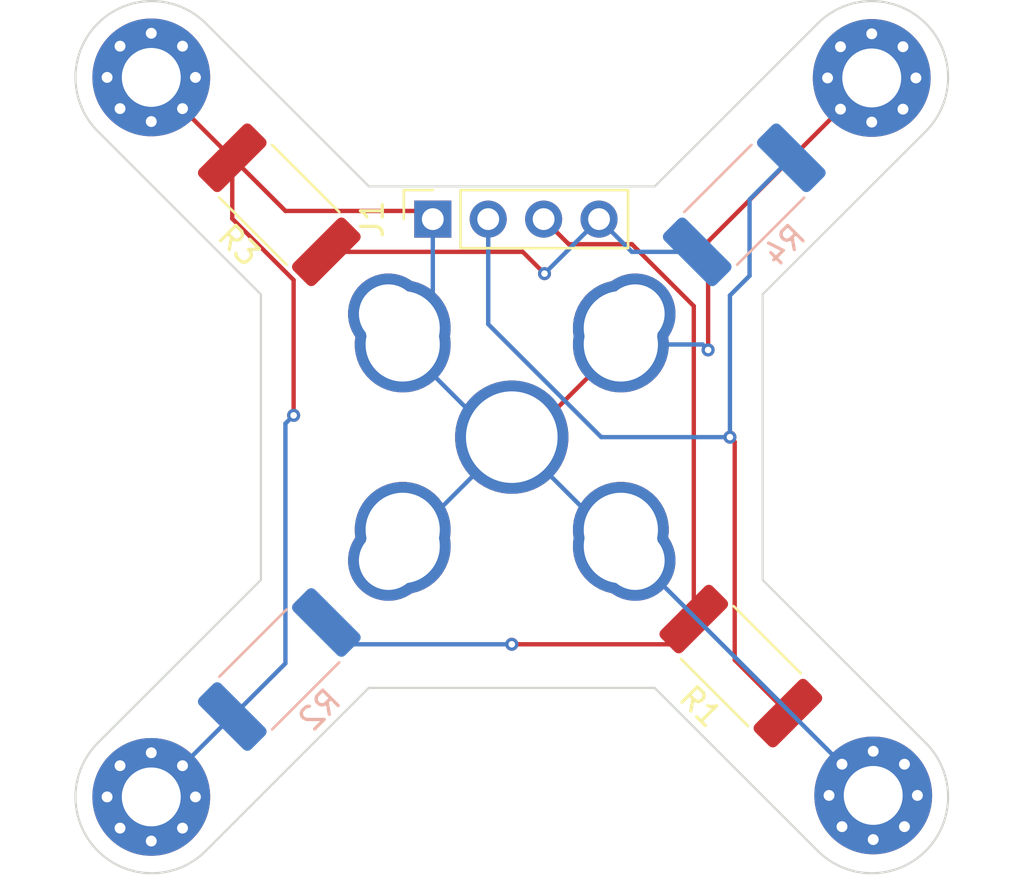
<source format=kicad_pcb>
(kicad_pcb (version 20221018) (generator pcbnew)
  (layers (0 "F.Cu" signal) (31 "B.Cu" signal) (34 "B.Paste" user) (35 "F.Paste" user) (36 "B.SilkS" user "B.Silkscreen") (37 "F.SilkS" user "F.Silkscreen") (38 "B.Mask" user) (39 "F.Mask" user) (44 "Edge.Cuts" user))
  (net 0 "")
  (net 1 "GND")
  (net 2 "VDDA")
  (net 3 "IN+")
  (net 4 "IN-")
  (footprint "Connector_PinSocket_2.54mm:PinSocket_1x04_P2.54mm_Vertical" (layer "F.Cu") (at -3.62 -10 90)
    (fp_text reference "J1" (at 0 -2.77 90) (layer "F.SilkS"))
    (fp_text value "PR&J")
    (fp_line (start -1.33 1.27) (end -1.33 8.95) (stroke (width 0.12)) (layer "F.SilkS"))
    (fp_line (start -1.33 1.27) (end 1.33 1.27) (stroke (width 0.12)) (layer "F.SilkS"))
    (fp_line (start -1.33 8.95) (end 1.33 8.95) (stroke (width 0.12)) (layer "F.SilkS"))
    (fp_line (start 0 -1.33) (end 1.33 -1.33) (stroke (width 0.12)) (layer "F.SilkS"))
    (fp_line (start 1.33 -1.33) (end 1.33 0) (stroke (width 0.12)) (layer "F.SilkS"))
    (fp_line (start 1.33 1.27) (end 1.33 8.95) (stroke (width 0.12)) (layer "F.SilkS"))
    (pad "1" thru_hole rect (at 0 0 90) (size 1.7 1.7) (drill 1) (layers "*.Cu" "*.Mask") (net 1 "GND"))
    (pad "2" thru_hole oval (at 0 2.54 90) (size 1.7 1.7) (drill 1) (layers "*.Cu" "*.Mask") (net 2 "VDDA"))
    (pad "3" thru_hole oval (at 0 5.08 90) (size 1.7 1.7) (drill 1) (layers "*.Cu" "*.Mask") (net 3 "IN+"))
    (pad "4" thru_hole oval (at 0 7.62 90) (size 1.7 1.7) (drill 1) (layers "*.Cu" "*.Mask") (net 4 "IN-"))
  )
  (footprint "Resistor_SMD:R_2512_6332Metric_Pad1.40x3.35mm_HandSolder" (layer "F.Cu") (at -10.656676 -10.656676 135)
    (fp_text reference "R3" (at 0 -2.62 135) (layer "F.SilkS"))
    (fp_text value "1k")
    (fp_line (start -2.177064 -1.71) (end 2.177064 -1.71) (stroke (width 0.12)) (layer "F.SilkS"))
    (fp_line (start -2.177064 1.71) (end 2.177064 1.71) (stroke (width 0.12)) (layer "F.SilkS"))
    (pad "1" smd roundrect (at -3.05 0 135) (size 1.4 3.35) (layers "F.Cu" "F.Paste" "F.Mask") (roundrect_rratio 0.1785707143) (net 4 "IN-"))
    (pad "2" smd roundrect (at 3.05 0 135) (size 1.4 3.35) (layers "F.Cu" "F.Paste" "F.Mask") (roundrect_rratio 0.1785707143) (net 1 "GND"))
  )
  (footprint "MountingHole:MountingHole_2.7mm_Pad_Via" (layer "F.Cu") (at -16.525 -16.5)
    (fp_text reference "H1" hide)
    (fp_text value "MountingHole_Pad")
    (pad "1" thru_hole circle (at -2.025 0) (size 0.8 0.8) (drill 0.5) (layers "*.Cu" "*.Mask") (net 1 "GND"))
    (pad "1" thru_hole circle (at -1.431891 -1.431891) (size 0.8 0.8) (drill 0.5) (layers "*.Cu" "*.Mask") (net 1 "GND"))
    (pad "1" thru_hole circle (at -1.431891 1.431891) (size 0.8 0.8) (drill 0.5) (layers "*.Cu" "*.Mask") (net 1 "GND"))
    (pad "1" thru_hole circle (at 0 -2.025) (size 0.8 0.8) (drill 0.5) (layers "*.Cu" "*.Mask") (net 1 "GND"))
    (pad "1" thru_hole circle (at 0 0) (size 5.4 5.4) (drill 2.7) (layers "*.Cu" "*.Mask") (net 1 "GND"))
    (pad "1" thru_hole circle (at 0 2.025) (size 0.8 0.8) (drill 0.5) (layers "*.Cu" "*.Mask") (net 1 "GND"))
    (pad "1" thru_hole circle (at 1.431891 -1.431891) (size 0.8 0.8) (drill 0.5) (layers "*.Cu" "*.Mask") (net 1 "GND"))
    (pad "1" thru_hole circle (at 1.431891 1.431891) (size 0.8 0.8) (drill 0.5) (layers "*.Cu" "*.Mask") (net 1 "GND"))
    (pad "1" thru_hole circle (at 2.025 0) (size 0.8 0.8) (drill 0.5) (layers "*.Cu" "*.Mask") (net 1 "GND"))
  )
  (footprint "custom:hotend mounting holes" (layer "F.Cu") (at 0 0)
    (fp_text reference "U1" hide)
    (fp_text value "~" hide)
    (pad "1" thru_hole custom (at -5.656854 -5.656854) (size 3.7 3.7) (drill 2.7) (layers "*.Cu" "*.Mask") (net 1 "GND") (options (clearance outline) (anchor circle)) (primitives))
    (pad "1" thru_hole custom (at -5.656854 5.656854) (size 3.7 3.7) (drill 2.7) (layers "*.Cu" "*.Mask") (net 1 "GND") (options (clearance outline) (anchor circle)) (primitives))
    (pad "1" thru_hole custom (at -5 -5) (size 4.4 4.4) (drill 3.4) (layers "*.Cu" "*.Mask") (net 1 "GND") (options (clearance outline) (anchor circle)) (primitives))
    (pad "1" thru_hole custom (at -5 -4.25) (size 4.4 4.4) (drill 3.4) (layers "*.Cu" "*.Mask") (net 1 "GND") (options (clearance outline) (anchor circle)) (primitives))
    (pad "1" thru_hole custom (at -5 4.25) (size 4.4 4.4) (drill 3.4) (layers "*.Cu" "*.Mask") (net 1 "GND") (options (clearance outline) (anchor circle)) (primitives))
    (pad "1" thru_hole custom (at -5 5) (size 4.4 4.4) (drill 3.4) (layers "*.Cu" "*.Mask") (net 1 "GND") (options (clearance outline) (anchor circle)) (primitives))
    (pad "1" thru_hole custom (at 0 0) (size 5.2 5.2) (drill 4.2) (layers "*.Cu" "*.Mask") (net 1 "GND") (options (clearance outline) (anchor circle)) (primitives))
    (pad "1" thru_hole custom (at 5 -5) (size 4.4 4.4) (drill 3.4) (layers "*.Cu" "*.Mask") (net 1 "GND") (options (clearance outline) (anchor circle)) (primitives))
    (pad "1" thru_hole custom (at 5 -4.25) (size 4.4 4.4) (drill 3.4) (layers "*.Cu" "*.Mask") (net 1 "GND") (options (clearance outline) (anchor circle)) (primitives))
    (pad "1" thru_hole custom (at 5 4.25) (size 4.4 4.4) (drill 3.4) (layers "*.Cu" "*.Mask") (net 1 "GND") (options (clearance outline) (anchor circle)) (primitives))
    (pad "1" thru_hole custom (at 5 5) (size 4.4 4.4) (drill 3.4) (layers "*.Cu" "*.Mask") (net 1 "GND") (options (clearance outline) (anchor circle)) (primitives))
    (pad "1" thru_hole custom (at 5.656854 -5.656854) (size 3.7 3.7) (drill 2.7) (layers "*.Cu" "*.Mask") (net 1 "GND") (options (clearance outline) (anchor circle)) (primitives))
    (pad "1" thru_hole custom (at 5.656854 5.656854) (size 3.7 3.7) (drill 2.7) (layers "*.Cu" "*.Mask") (net 1 "GND") (options (clearance outline) (anchor circle)) (primitives))
  )
  (footprint "MountingHole:MountingHole_2.7mm_Pad_Via" (layer "F.Cu") (at 16.5 -16.475)
    (fp_text reference "H2" hide)
    (fp_text value "MountingHole_Pad")
    (pad "1" thru_hole circle (at -2.025 0) (size 0.8 0.8) (drill 0.5) (layers "*.Cu" "*.Mask") (net 1 "GND"))
    (pad "1" thru_hole circle (at -1.431891 -1.431891) (size 0.8 0.8) (drill 0.5) (layers "*.Cu" "*.Mask") (net 1 "GND"))
    (pad "1" thru_hole circle (at -1.431891 1.431891) (size 0.8 0.8) (drill 0.5) (layers "*.Cu" "*.Mask") (net 1 "GND"))
    (pad "1" thru_hole circle (at 0 -2.025) (size 0.8 0.8) (drill 0.5) (layers "*.Cu" "*.Mask") (net 1 "GND"))
    (pad "1" thru_hole circle (at 0 0) (size 5.4 5.4) (drill 2.7) (layers "*.Cu" "*.Mask") (net 1 "GND"))
    (pad "1" thru_hole circle (at 0 2.025) (size 0.8 0.8) (drill 0.5) (layers "*.Cu" "*.Mask") (net 1 "GND"))
    (pad "1" thru_hole circle (at 1.431891 -1.431891) (size 0.8 0.8) (drill 0.5) (layers "*.Cu" "*.Mask") (net 1 "GND"))
    (pad "1" thru_hole circle (at 1.431891 1.431891) (size 0.8 0.8) (drill 0.5) (layers "*.Cu" "*.Mask") (net 1 "GND"))
    (pad "1" thru_hole circle (at 2.025 0) (size 0.8 0.8) (drill 0.5) (layers "*.Cu" "*.Mask") (net 1 "GND"))
  )
  (footprint "Resistor_SMD:R_2512_6332Metric_Pad1.40x3.35mm_HandSolder" (layer "F.Cu") (at 10.5 10.5 135)
    (fp_text reference "R1" (at 0 -2.62 135) (layer "F.SilkS"))
    (fp_text value "1k")
    (fp_line (start -2.177064 -1.71) (end 2.177064 -1.71) (stroke (width 0.12)) (layer "F.SilkS"))
    (fp_line (start -2.177064 1.71) (end 2.177064 1.71) (stroke (width 0.12)) (layer "F.SilkS"))
    (pad "1" smd roundrect (at -3.05 0 135) (size 1.4 3.35) (layers "F.Cu" "F.Paste" "F.Mask") (roundrect_rratio 0.1785707143) (net 2 "VDDA"))
    (pad "2" smd roundrect (at 3.05 0 135) (size 1.4 3.35) (layers "F.Cu" "F.Paste" "F.Mask") (roundrect_rratio 0.1785707143) (net 3 "IN+"))
  )
  (footprint "MountingHole:MountingHole_2.7mm_Pad_Via" (layer "F.Cu") (at -16.525 16.5)
    (fp_text reference "H3" hide)
    (fp_text value "MountingHole_Pad")
    (pad "1" thru_hole circle (at -2.025 0) (size 0.8 0.8) (drill 0.5) (layers "*.Cu" "*.Mask") (net 1 "GND"))
    (pad "1" thru_hole circle (at -1.431891 -1.431891) (size 0.8 0.8) (drill 0.5) (layers "*.Cu" "*.Mask") (net 1 "GND"))
    (pad "1" thru_hole circle (at -1.431891 1.431891) (size 0.8 0.8) (drill 0.5) (layers "*.Cu" "*.Mask") (net 1 "GND"))
    (pad "1" thru_hole circle (at 0 -2.025) (size 0.8 0.8) (drill 0.5) (layers "*.Cu" "*.Mask") (net 1 "GND"))
    (pad "1" thru_hole circle (at 0 0) (size 5.4 5.4) (drill 2.7) (layers "*.Cu" "*.Mask") (net 1 "GND"))
    (pad "1" thru_hole circle (at 0 2.025) (size 0.8 0.8) (drill 0.5) (layers "*.Cu" "*.Mask") (net 1 "GND"))
    (pad "1" thru_hole circle (at 1.431891 -1.431891) (size 0.8 0.8) (drill 0.5) (layers "*.Cu" "*.Mask") (net 1 "GND"))
    (pad "1" thru_hole circle (at 1.431891 1.431891) (size 0.8 0.8) (drill 0.5) (layers "*.Cu" "*.Mask") (net 1 "GND"))
    (pad "1" thru_hole circle (at 2.025 0) (size 0.8 0.8) (drill 0.5) (layers "*.Cu" "*.Mask") (net 1 "GND"))
  )
  (footprint "MountingHole:MountingHole_2.7mm_Pad_Via" (layer "F.Cu") (at 16.568109 16.431891)
    (fp_text reference "H4" hide)
    (fp_text value "MountingHole_Pad")
    (pad "1" thru_hole circle (at -2.025 0) (size 0.8 0.8) (drill 0.5) (layers "*.Cu" "*.Mask") (net 1 "GND"))
    (pad "1" thru_hole circle (at -1.431891 -1.431891) (size 0.8 0.8) (drill 0.5) (layers "*.Cu" "*.Mask") (net 1 "GND"))
    (pad "1" thru_hole circle (at -1.431891 1.431891) (size 0.8 0.8) (drill 0.5) (layers "*.Cu" "*.Mask") (net 1 "GND"))
    (pad "1" thru_hole circle (at 0 -2.025) (size 0.8 0.8) (drill 0.5) (layers "*.Cu" "*.Mask") (net 1 "GND"))
    (pad "1" thru_hole circle (at 0 0) (size 5.4 5.4) (drill 2.7) (layers "*.Cu" "*.Mask") (net 1 "GND"))
    (pad "1" thru_hole circle (at 0 2.025) (size 0.8 0.8) (drill 0.5) (layers "*.Cu" "*.Mask") (net 1 "GND"))
    (pad "1" thru_hole circle (at 1.431891 -1.431891) (size 0.8 0.8) (drill 0.5) (layers "*.Cu" "*.Mask") (net 1 "GND"))
    (pad "1" thru_hole circle (at 1.431891 1.431891) (size 0.8 0.8) (drill 0.5) (layers "*.Cu" "*.Mask") (net 1 "GND"))
    (pad "1" thru_hole circle (at 2.025 0) (size 0.8 0.8) (drill 0.5) (layers "*.Cu" "*.Mask") (net 1 "GND"))
  )
  (footprint "Resistor_SMD:R_2512_6332Metric_Pad1.40x3.35mm_HandSolder" (layer "B.Cu") (at -10.656676 10.656676 45)
    (fp_text reference "R2" (at 0 2.62 45) (layer "B.SilkS") (effects (justify mirror)))
    (fp_text value "1k")
    (fp_line (start -2.177064 -1.71) (end 2.177064 -1.71) (stroke (width 0.12)) (layer "B.SilkS"))
    (fp_line (start -2.177064 1.71) (end 2.177064 1.71) (stroke (width 0.12)) (layer "B.SilkS"))
    (pad "1" smd roundrect (at -3.05 0 45) (size 1.4 3.35) (layers "B.Cu" "B.Paste" "B.Mask") (roundrect_rratio 0.1785707143) (net 1 "GND"))
    (pad "2" smd roundrect (at 3.05 0 45) (size 1.4 3.35) (layers "B.Cu" "B.Paste" "B.Mask") (roundrect_rratio 0.1785707143) (net 3 "IN+"))
  )
  (footprint "Resistor_SMD:R_2512_6332Metric_Pad1.40x3.35mm_HandSolder" (layer "B.Cu") (at 10.656676 -10.656676 45)
    (fp_text reference "R4" (at 0 2.62 45) (layer "B.SilkS") (effects (justify mirror)))
    (fp_text value "1k")
    (fp_line (start -2.177064 -1.71) (end 2.177064 -1.71) (stroke (width 0.12)) (layer "B.SilkS"))
    (fp_line (start -2.177064 1.71) (end 2.177064 1.71) (stroke (width 0.12)) (layer "B.SilkS"))
    (pad "1" smd roundrect (at -3.05 0 45) (size 1.4 3.35) (layers "B.Cu" "B.Paste" "B.Mask") (roundrect_rratio 0.1785707143) (net 4 "IN-"))
    (pad "2" smd roundrect (at 3.05 0 45) (size 1.4 3.35) (layers "B.Cu" "B.Paste" "B.Mask") (roundrect_rratio 0.1785707143) (net 2 "VDDA"))
  )
  (gr_line (start -6.550252 -11.5) (end -14.025126 -18.974874) (stroke (width 0.1)) (layer "Edge.Cuts"))
  (gr_line (start -11.5 6.550252) (end -18.974874 14.025126) (stroke (width 0.1)) (layer "Edge.Cuts"))
  (gr_arc (start 18.974874 14.025126) (mid 18.974874 18.974874) (end 14.025126 18.974874) (stroke (width 0.1)) (layer "Edge.Cuts"))
  (gr_line (start 14.025126 -18.974874) (end 6.550252 -11.5) (stroke (width 0.1)) (layer "Edge.Cuts"))
  (gr_line (start -6.550252 11.5) (end 6.550252 11.5) (stroke (width 0.1)) (layer "Edge.Cuts"))
  (gr_arc (start -18.974874 -14.025126) (mid -18.974874 -18.974874) (end -14.025126 -18.974874) (stroke (width 0.1)) (layer "Edge.Cuts"))
  (gr_line (start 6.550252 -11.5) (end -6.550252 -11.5) (stroke (width 0.1)) (layer "Edge.Cuts"))
  (gr_arc (start 14.025126 -18.974874) (mid 18.974874 -18.974874) (end 18.974874 -14.025126) (stroke (width 0.1)) (layer "Edge.Cuts"))
  (gr_line (start -11.5 -6.550252) (end -11.5 6.550252) (stroke (width 0.1)) (layer "Edge.Cuts"))
  (gr_line (start -18.974874 -14.025126) (end -11.5 -6.550252) (stroke (width 0.1)) (layer "Edge.Cuts"))
  (gr_line (start 11.5 -6.550252) (end 18.974874 -14.025126) (stroke (width 0.1)) (layer "Edge.Cuts"))
  (gr_line (start 18.974874 14.025126) (end 11.5 6.550252) (stroke (width 0.1)) (layer "Edge.Cuts"))
  (gr_arc (start -14.025126 18.974874) (mid -18.974874 18.974874) (end -18.974874 14.025126) (stroke (width 0.1)) (layer "Edge.Cuts"))
  (gr_line (start -14.025126 18.974874) (end -6.550252 11.5) (stroke (width 0.1)) (layer "Edge.Cuts"))
  (gr_line (start 6.550252 11.5) (end 14.025126 18.974874) (stroke (width 0.1)) (layer "Edge.Cuts"))
  (gr_line (start 11.5 6.550252) (end 11.5 -6.550252) (stroke (width 0.1)) (layer "Edge.Cuts"))
  (segment (start 0.75 0) (end 0 0) (width 0.2) (layer "F.Cu") (net 1))
  (segment (start -3.995826 -10.375826) (end -10.375826 -10.375826) (width 0.2) (layer "F.Cu") (net 1))
  (segment (start -12.813352 -12.813352) (end -12.813352 -10.02028) (width 0.2) (layer "F.Cu") (net 1))
  (segment (start 16.5 -16.475) (end 9 -8.975) (width 0.2) (layer "F.Cu") (net 1))
  (segment (start -12.813352 -10.02028) (end -10 -7.206928) (width 0.2) (layer "F.Cu") (net 1))
  (segment (start -10 -7.206928) (end -10 -1) (width 0.2) (layer "F.Cu") (net 1))
  (segment (start -12.838352 -12.813352) (end -12.813352 -12.813352) (width 0.2) (layer "F.Cu") (net 1))
  (segment (start 5 -4.25) (end 0.75 0) (width 0.2) (layer "F.Cu") (net 1))
  (segment (start 9 -8.975) (end 9 -4) (width 0.2) (layer "F.Cu") (net 1))
  (segment (start -3.62 -10) (end -3.995826 -10.375826) (width 0.2) (layer "F.Cu") (net 1))
  (segment (start -16.525 -16.5) (end -12.838352 -12.813352) (width 0.2) (layer "F.Cu") (net 1))
  (segment (start -10.375826 -10.375826) (end -12.813352 -12.813352) (width 0.2) (layer "F.Cu") (net 1))
  (via (at 9 -4) (size 0.6) (drill 0.3) (layers "F.Cu" "B.Cu") (net 1))
  (via (at -10 -1) (size 0.6) (drill 0.3) (layers "F.Cu" "B.Cu") (net 1))
  (segment (start -5 -4.25) (end -0.75 0) (width 0.2) (layer "B.Cu") (net 1))
  (segment (start 9 -4) (end 8.75 -4.25) (width 0.2) (layer "B.Cu") (net 1))
  (segment (start -10.375826 -0.624174) (end -10.375826 10.375826) (width 0.2) (layer "B.Cu") (net 1))
  (segment (start -0.75 0) (end 0 0) (width 0.2) (layer "B.Cu") (net 1))
  (segment (start -10 -1) (end -10.375826 -0.624174) (width 0.2) (layer "B.Cu") (net 1))
  (segment (start -10.375826 10.375826) (end -12.813352 12.813352) (width 0.2) (layer "B.Cu") (net 1))
  (segment (start -3.62 -6.38) (end -5 -5) (width 0.2) (layer "B.Cu") (net 1))
  (segment (start -12.813352 12.813352) (end -12.838352 12.813352) (width 0.2) (layer "B.Cu") (net 1))
  (segment (start 5 5) (end 0 0) (width 0.2) (layer "B.Cu") (net 1))
  (segment (start 5 4.863782) (end 5 4.25) (width 0.2) (layer "B.Cu") (net 1))
  (segment (start 0 0) (end -4.25 4.25) (width 0.2) (layer "B.Cu") (net 1))
  (segment (start -3.62 -10) (end -3.62 -6.38) (width 0.2) (layer "B.Cu") (net 1))
  (segment (start -4.25 4.25) (end -5 4.25) (width 0.2) (layer "B.Cu") (net 1))
  (segment (start 8.75 -4.25) (end 5 -4.25) (width 0.2) (layer "B.Cu") (net 1))
  (segment (start 16.568109 16.431891) (end 5 4.863782) (width 0.2) (layer "B.Cu") (net 1))
  (segment (start -12.838352 12.813352) (end -16.525 16.5) (width 0.2) (layer "B.Cu") (net 1))
  (segment (start 10.21915 0.21915) (end 10.21915 10.21915) (width 0.2) (layer "F.Cu") (net 2))
  (segment (start 10.21915 10.21915) (end 12.656676 12.656676) (width 0.2) (layer "F.Cu") (net 2))
  (segment (start 10 0) (end 10.21915 0.21915) (width 0.2) (layer "F.Cu") (net 2))
  (via (at 10 0) (size 0.6) (drill 0.3) (layers "F.Cu" "B.Cu") (net 2))
  (segment (start -1.08 -10) (end -1.08 -5.18122) (width 0.2) (layer "B.Cu") (net 2))
  (segment (start -1.08 -5.18122) (end 4.10122 0) (width 0.2) (layer "B.Cu") (net 2))
  (segment (start 12.813352 -12.813352) (end 10.9 -10.9) (width 0.2) (layer "B.Cu") (net 2))
  (segment (start 10.9 -10.9) (end 10.9 -7.4) (width 0.2) (layer "B.Cu") (net 2))
  (segment (start 10.9 -7.4) (end 10 -6.5) (width 0.2) (layer "B.Cu") (net 2))
  (segment (start 10 -6.5) (end 10 0) (width 0.2) (layer "B.Cu") (net 2))
  (segment (start 4.10122 0) (end 10 0) (width 0.2) (layer "B.Cu") (net 2))
  (segment (start 8.343324 -6.010944) (end 5.504268 -8.85) (width 0.2) (layer "F.Cu") (net 3))
  (segment (start 7.186648 9.5) (end 0 9.5) (width 0.2) (layer "F.Cu") (net 3))
  (segment (start 8.343324 8.343324) (end 7.186648 9.5) (width 0.2) (layer "F.Cu") (net 3))
  (segment (start 5.504268 -8.85) (end 2.61 -8.85) (width 0.2) (layer "F.Cu") (net 3))
  (segment (start 8.5 8.186648) (end 8.343324 8.343324) (width 0.2) (layer "F.Cu") (net 3))
  (segment (start 8.343324 8.343324) (end 8.343324 -6.010944) (width 0.2) (layer "F.Cu") (net 3))
  (segment (start 2.61 -8.85) (end 1.46 -10) (width 0.2) (layer "F.Cu") (net 3))
  (via (at 0 9.5) (size 0.6) (drill 0.3) (layers "F.Cu" "B.Cu") (net 3))
  (segment (start 0 9.5) (end -7.5 9.5) (width 0.2) (layer "B.Cu") (net 3))
  (segment (start -7.5 9.5) (end -8.5 8.5) (width 0.2) (layer "B.Cu") (net 3))
  (segment (start -8.5 -8.5) (end 0.5 -8.5) (width 0.2) (layer "F.Cu") (net 4))
  (segment (start 0.5 -8.5) (end 1.5 -7.5) (width 0.2) (layer "F.Cu") (net 4))
  (via (at 1.5 -7.5) (size 0.6) (drill 0.3) (layers "F.Cu" "B.Cu") (net 4))
  (segment (start 8.5 -8.5) (end 5.5 -8.5) (width 0.2) (layer "B.Cu") (net 4))
  (segment (start 5.5 -8.5) (end 4 -10) (width 0.2) (layer "B.Cu") (net 4))
  (segment (start 1.5 -7.5) (end 4 -10) (width 0.2) (layer "B.Cu") (net 4))
)
</source>
